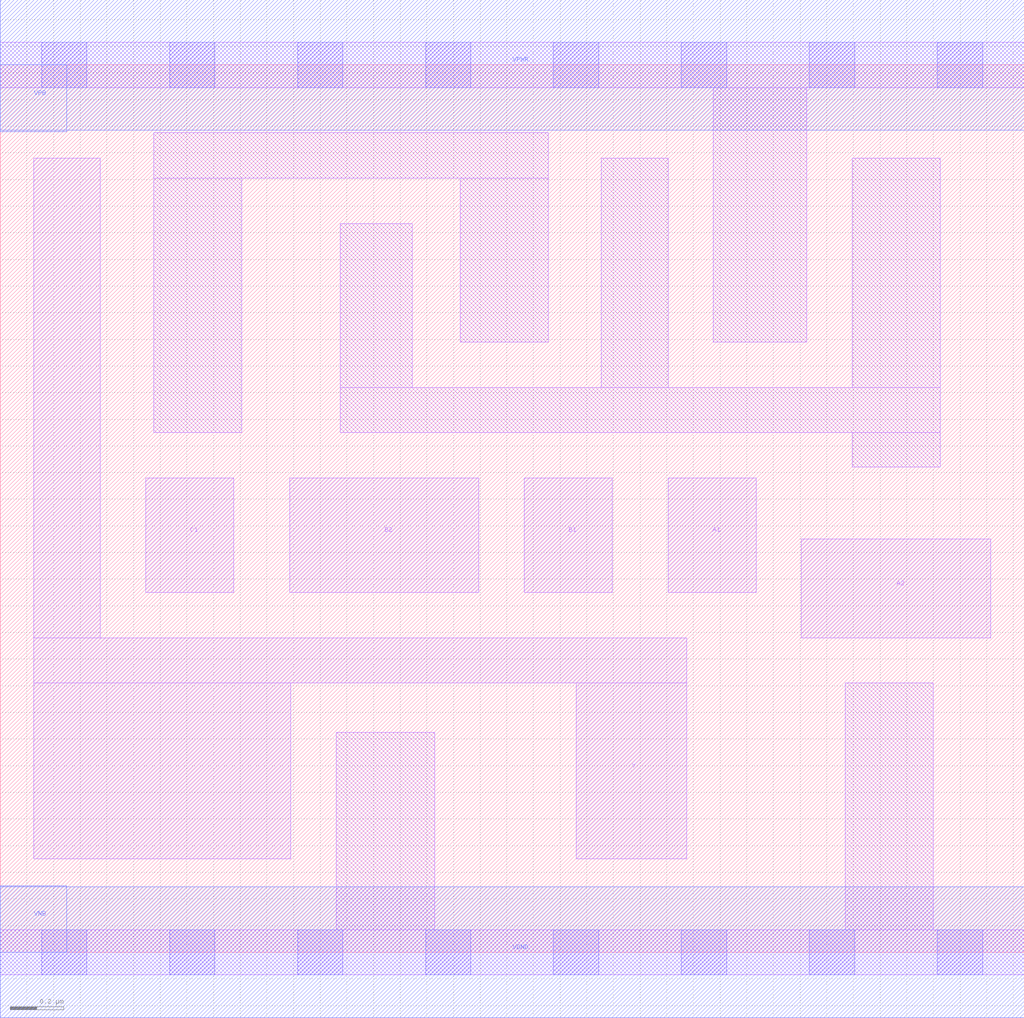
<source format=lef>
# Copyright 2020 The SkyWater PDK Authors
#
# Licensed under the Apache License, Version 2.0 (the "License");
# you may not use this file except in compliance with the License.
# You may obtain a copy of the License at
#
#     https://www.apache.org/licenses/LICENSE-2.0
#
# Unless required by applicable law or agreed to in writing, software
# distributed under the License is distributed on an "AS IS" BASIS,
# WITHOUT WARRANTIES OR CONDITIONS OF ANY KIND, either express or implied.
# See the License for the specific language governing permissions and
# limitations under the License.
#
# SPDX-License-Identifier: Apache-2.0

VERSION 5.5 ;
NAMESCASESENSITIVE ON ;
BUSBITCHARS "[]" ;
DIVIDERCHAR "/" ;
MACRO sky130_fd_sc_hs__a221oi_1
  CLASS CORE ;
  SOURCE USER ;
  ORIGIN  0.000000  0.000000 ;
  SIZE  3.840000 BY  3.330000 ;
  SYMMETRY X Y ;
  SITE unit ;
  PIN A1
    ANTENNAGATEAREA  0.279000 ;
    DIRECTION INPUT ;
    USE SIGNAL ;
    PORT
      LAYER li1 ;
        RECT 2.505000 1.350000 2.835000 1.780000 ;
    END
  END A1
  PIN A2
    ANTENNAGATEAREA  0.279000 ;
    DIRECTION INPUT ;
    USE SIGNAL ;
    PORT
      LAYER li1 ;
        RECT 3.005000 1.180000 3.715000 1.550000 ;
    END
  END A2
  PIN B1
    ANTENNAGATEAREA  0.279000 ;
    DIRECTION INPUT ;
    USE SIGNAL ;
    PORT
      LAYER li1 ;
        RECT 1.965000 1.350000 2.295000 1.780000 ;
    END
  END B1
  PIN B2
    ANTENNAGATEAREA  0.279000 ;
    DIRECTION INPUT ;
    USE SIGNAL ;
    PORT
      LAYER li1 ;
        RECT 1.085000 1.350000 1.795000 1.780000 ;
    END
  END B2
  PIN C1
    ANTENNAGATEAREA  0.279000 ;
    DIRECTION INPUT ;
    USE SIGNAL ;
    PORT
      LAYER li1 ;
        RECT 0.545000 1.350000 0.875000 1.780000 ;
    END
  END C1
  PIN Y
    ANTENNADIFFAREA  1.177500 ;
    DIRECTION OUTPUT ;
    USE SIGNAL ;
    PORT
      LAYER li1 ;
        RECT 0.125000 0.350000 1.090000 1.010000 ;
        RECT 0.125000 1.010000 2.575000 1.180000 ;
        RECT 0.125000 1.180000 0.375000 2.980000 ;
        RECT 2.160000 0.350000 2.575000 1.010000 ;
    END
  END Y
  PIN VGND
    DIRECTION INOUT ;
    USE GROUND ;
    PORT
      LAYER met1 ;
        RECT 0.000000 -0.245000 3.840000 0.245000 ;
    END
  END VGND
  PIN VNB
    DIRECTION INOUT ;
    USE GROUND ;
    PORT
      LAYER met1 ;
        RECT 0.000000 0.000000 0.250000 0.250000 ;
    END
  END VNB
  PIN VPB
    DIRECTION INOUT ;
    USE POWER ;
    PORT
      LAYER met1 ;
        RECT 0.000000 3.080000 0.250000 3.330000 ;
    END
  END VPB
  PIN VPWR
    DIRECTION INOUT ;
    USE POWER ;
    PORT
      LAYER met1 ;
        RECT 0.000000 3.085000 3.840000 3.575000 ;
    END
  END VPWR
  OBS
    LAYER li1 ;
      RECT 0.000000 -0.085000 3.840000 0.085000 ;
      RECT 0.000000  3.245000 3.840000 3.415000 ;
      RECT 0.575000  1.950000 0.905000 2.905000 ;
      RECT 0.575000  2.905000 2.055000 3.075000 ;
      RECT 1.260000  0.085000 1.630000 0.825000 ;
      RECT 1.275000  1.950000 3.525000 2.120000 ;
      RECT 1.275000  2.120000 1.545000 2.735000 ;
      RECT 1.725000  2.290000 2.055000 2.905000 ;
      RECT 2.255000  2.120000 2.505000 2.980000 ;
      RECT 2.675000  2.290000 3.025000 3.245000 ;
      RECT 3.170000  0.085000 3.500000 1.010000 ;
      RECT 3.195000  1.820000 3.525000 1.950000 ;
      RECT 3.195000  2.120000 3.525000 2.980000 ;
    LAYER mcon ;
      RECT 0.155000 -0.085000 0.325000 0.085000 ;
      RECT 0.155000  3.245000 0.325000 3.415000 ;
      RECT 0.635000 -0.085000 0.805000 0.085000 ;
      RECT 0.635000  3.245000 0.805000 3.415000 ;
      RECT 1.115000 -0.085000 1.285000 0.085000 ;
      RECT 1.115000  3.245000 1.285000 3.415000 ;
      RECT 1.595000 -0.085000 1.765000 0.085000 ;
      RECT 1.595000  3.245000 1.765000 3.415000 ;
      RECT 2.075000 -0.085000 2.245000 0.085000 ;
      RECT 2.075000  3.245000 2.245000 3.415000 ;
      RECT 2.555000 -0.085000 2.725000 0.085000 ;
      RECT 2.555000  3.245000 2.725000 3.415000 ;
      RECT 3.035000 -0.085000 3.205000 0.085000 ;
      RECT 3.035000  3.245000 3.205000 3.415000 ;
      RECT 3.515000 -0.085000 3.685000 0.085000 ;
      RECT 3.515000  3.245000 3.685000 3.415000 ;
  END
END sky130_fd_sc_hs__a221oi_1

</source>
